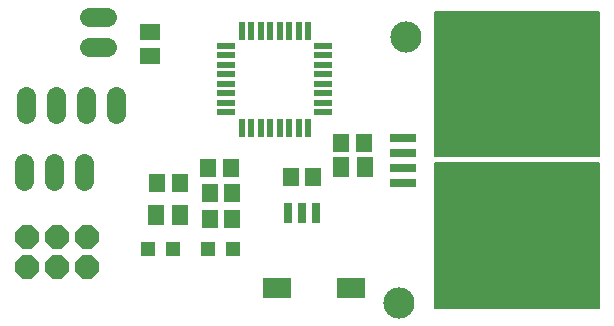
<source format=gts>
G75*
%MOIN*%
%OFA0B0*%
%FSLAX24Y24*%
%IPPOS*%
%LPD*%
%AMOC8*
5,1,8,0,0,1.08239X$1,22.5*
%
%ADD10C,0.0050*%
%ADD11C,0.1040*%
%ADD12R,0.0552X0.0631*%
%ADD13R,0.0552X0.0670*%
%ADD14R,0.0670X0.0552*%
%ADD15R,0.0512X0.0512*%
%ADD16OC8,0.0780*%
%ADD17R,0.0316X0.0709*%
%ADD18C,0.3583*%
%ADD19R,0.0946X0.0670*%
%ADD20R,0.0910X0.0280*%
%ADD21C,0.0640*%
%ADD22R,0.0240X0.0620*%
%ADD23R,0.0620X0.0240*%
D10*
X018510Y000945D02*
X018510Y005748D01*
X023984Y005748D01*
X023984Y000945D01*
X018510Y000945D01*
X018510Y000978D02*
X023984Y000978D01*
X023984Y001027D02*
X018510Y001027D01*
X018510Y001075D02*
X023984Y001075D01*
X023984Y001124D02*
X018510Y001124D01*
X018510Y001172D02*
X023984Y001172D01*
X023984Y001221D02*
X018510Y001221D01*
X018510Y001269D02*
X023984Y001269D01*
X023984Y001318D02*
X018510Y001318D01*
X018510Y001366D02*
X023984Y001366D01*
X023984Y001415D02*
X018510Y001415D01*
X018510Y001463D02*
X023984Y001463D01*
X023984Y001512D02*
X018510Y001512D01*
X018510Y001560D02*
X023984Y001560D01*
X023984Y001609D02*
X018510Y001609D01*
X018510Y001657D02*
X023984Y001657D01*
X023984Y001706D02*
X018510Y001706D01*
X018510Y001754D02*
X023984Y001754D01*
X023984Y001803D02*
X018510Y001803D01*
X018510Y001851D02*
X023984Y001851D01*
X023984Y001900D02*
X018510Y001900D01*
X018510Y001948D02*
X023984Y001948D01*
X023984Y001997D02*
X018510Y001997D01*
X018510Y002045D02*
X023984Y002045D01*
X023984Y002094D02*
X018510Y002094D01*
X018510Y002142D02*
X023984Y002142D01*
X023984Y002191D02*
X018510Y002191D01*
X018510Y002239D02*
X023984Y002239D01*
X023984Y002288D02*
X018510Y002288D01*
X018510Y002336D02*
X023984Y002336D01*
X023984Y002385D02*
X018510Y002385D01*
X018510Y002433D02*
X023984Y002433D01*
X023984Y002482D02*
X018510Y002482D01*
X018510Y002530D02*
X023984Y002530D01*
X023984Y002579D02*
X018510Y002579D01*
X018510Y002627D02*
X023984Y002627D01*
X023984Y002676D02*
X018510Y002676D01*
X018510Y002724D02*
X023984Y002724D01*
X023984Y002773D02*
X018510Y002773D01*
X018510Y002821D02*
X023984Y002821D01*
X023984Y002870D02*
X018510Y002870D01*
X018510Y002918D02*
X023984Y002918D01*
X023984Y002967D02*
X018510Y002967D01*
X018510Y003015D02*
X023984Y003015D01*
X023984Y003064D02*
X018510Y003064D01*
X018510Y003112D02*
X023984Y003112D01*
X023984Y003161D02*
X018510Y003161D01*
X018510Y003209D02*
X023984Y003209D01*
X023984Y003258D02*
X018510Y003258D01*
X018510Y003306D02*
X023984Y003306D01*
X023984Y003355D02*
X018510Y003355D01*
X018510Y003403D02*
X023984Y003403D01*
X023984Y003452D02*
X018510Y003452D01*
X018510Y003500D02*
X023984Y003500D01*
X023984Y003549D02*
X018510Y003549D01*
X018510Y003597D02*
X023984Y003597D01*
X023984Y003646D02*
X018510Y003646D01*
X018510Y003694D02*
X023984Y003694D01*
X023984Y003743D02*
X018510Y003743D01*
X018510Y003791D02*
X023984Y003791D01*
X023984Y003840D02*
X018510Y003840D01*
X018510Y003888D02*
X023984Y003888D01*
X023984Y003937D02*
X018510Y003937D01*
X018510Y003985D02*
X023984Y003985D01*
X023984Y004034D02*
X018510Y004034D01*
X018510Y004082D02*
X023984Y004082D01*
X023984Y004131D02*
X018510Y004131D01*
X018510Y004179D02*
X023984Y004179D01*
X023984Y004228D02*
X018510Y004228D01*
X018510Y004276D02*
X023984Y004276D01*
X023984Y004325D02*
X018510Y004325D01*
X018510Y004373D02*
X023984Y004373D01*
X023984Y004422D02*
X018510Y004422D01*
X018510Y004470D02*
X023984Y004470D01*
X023984Y004519D02*
X018510Y004519D01*
X018510Y004567D02*
X023984Y004567D01*
X023984Y004616D02*
X018510Y004616D01*
X018510Y004664D02*
X023984Y004664D01*
X023984Y004713D02*
X018510Y004713D01*
X018510Y004761D02*
X023984Y004761D01*
X023984Y004810D02*
X018510Y004810D01*
X018510Y004858D02*
X023984Y004858D01*
X023984Y004907D02*
X018510Y004907D01*
X018510Y004955D02*
X023984Y004955D01*
X023984Y005004D02*
X018510Y005004D01*
X018510Y005052D02*
X023984Y005052D01*
X023984Y005101D02*
X018510Y005101D01*
X018510Y005149D02*
X023984Y005149D01*
X023984Y005198D02*
X018510Y005198D01*
X018510Y005246D02*
X023984Y005246D01*
X023984Y005295D02*
X018510Y005295D01*
X018510Y005343D02*
X023984Y005343D01*
X023984Y005392D02*
X018510Y005392D01*
X018510Y005440D02*
X023984Y005440D01*
X023984Y005489D02*
X018510Y005489D01*
X018510Y005537D02*
X023984Y005537D01*
X023984Y005586D02*
X018510Y005586D01*
X018510Y005634D02*
X023984Y005634D01*
X023984Y005683D02*
X018510Y005683D01*
X018510Y005731D02*
X023984Y005731D01*
X023984Y005984D02*
X018510Y005984D01*
X018510Y010787D01*
X023984Y010787D01*
X023984Y005984D01*
X023984Y006022D02*
X018510Y006022D01*
X018510Y006071D02*
X023984Y006071D01*
X023984Y006119D02*
X018510Y006119D01*
X018510Y006168D02*
X023984Y006168D01*
X023984Y006216D02*
X018510Y006216D01*
X018510Y006265D02*
X023984Y006265D01*
X023984Y006313D02*
X018510Y006313D01*
X018510Y006362D02*
X023984Y006362D01*
X023984Y006410D02*
X018510Y006410D01*
X018510Y006459D02*
X023984Y006459D01*
X023984Y006507D02*
X018510Y006507D01*
X018510Y006556D02*
X023984Y006556D01*
X023984Y006604D02*
X018510Y006604D01*
X018510Y006653D02*
X023984Y006653D01*
X023984Y006701D02*
X018510Y006701D01*
X018510Y006750D02*
X023984Y006750D01*
X023984Y006798D02*
X018510Y006798D01*
X018510Y006847D02*
X023984Y006847D01*
X023984Y006895D02*
X018510Y006895D01*
X018510Y006944D02*
X023984Y006944D01*
X023984Y006992D02*
X018510Y006992D01*
X018510Y007041D02*
X023984Y007041D01*
X023984Y007089D02*
X018510Y007089D01*
X018510Y007138D02*
X023984Y007138D01*
X023984Y007186D02*
X018510Y007186D01*
X018510Y007235D02*
X023984Y007235D01*
X023984Y007283D02*
X018510Y007283D01*
X018510Y007332D02*
X023984Y007332D01*
X023984Y007380D02*
X018510Y007380D01*
X018510Y007429D02*
X023984Y007429D01*
X023984Y007477D02*
X018510Y007477D01*
X018510Y007526D02*
X023984Y007526D01*
X023984Y007574D02*
X018510Y007574D01*
X018510Y007623D02*
X023984Y007623D01*
X023984Y007671D02*
X018510Y007671D01*
X018510Y007720D02*
X023984Y007720D01*
X023984Y007768D02*
X018510Y007768D01*
X018510Y007817D02*
X023984Y007817D01*
X023984Y007865D02*
X018510Y007865D01*
X018510Y007914D02*
X023984Y007914D01*
X023984Y007962D02*
X018510Y007962D01*
X018510Y008011D02*
X023984Y008011D01*
X023984Y008059D02*
X018510Y008059D01*
X018510Y008108D02*
X023984Y008108D01*
X023984Y008156D02*
X018510Y008156D01*
X018510Y008205D02*
X023984Y008205D01*
X023984Y008253D02*
X018510Y008253D01*
X018510Y008302D02*
X023984Y008302D01*
X023984Y008350D02*
X018510Y008350D01*
X018510Y008399D02*
X023984Y008399D01*
X023984Y008447D02*
X018510Y008447D01*
X018510Y008496D02*
X023984Y008496D01*
X023984Y008544D02*
X018510Y008544D01*
X018510Y008593D02*
X023984Y008593D01*
X023984Y008641D02*
X018510Y008641D01*
X018510Y008690D02*
X023984Y008690D01*
X023984Y008738D02*
X018510Y008738D01*
X018510Y008787D02*
X023984Y008787D01*
X023984Y008835D02*
X018510Y008835D01*
X018510Y008884D02*
X023984Y008884D01*
X023984Y008932D02*
X018510Y008932D01*
X018510Y008981D02*
X023984Y008981D01*
X023984Y009029D02*
X018510Y009029D01*
X018510Y009078D02*
X023984Y009078D01*
X023984Y009126D02*
X018510Y009126D01*
X018510Y009175D02*
X023984Y009175D01*
X023984Y009223D02*
X018510Y009223D01*
X018510Y009272D02*
X023984Y009272D01*
X023984Y009320D02*
X018510Y009320D01*
X018510Y009369D02*
X023984Y009369D01*
X023984Y009417D02*
X018510Y009417D01*
X018510Y009466D02*
X023984Y009466D01*
X023984Y009514D02*
X018510Y009514D01*
X018510Y009563D02*
X023984Y009563D01*
X023984Y009611D02*
X018510Y009611D01*
X018510Y009660D02*
X023984Y009660D01*
X023984Y009708D02*
X018510Y009708D01*
X018510Y009757D02*
X023984Y009757D01*
X023984Y009805D02*
X018510Y009805D01*
X018510Y009854D02*
X023984Y009854D01*
X023984Y009902D02*
X018510Y009902D01*
X018510Y009951D02*
X023984Y009951D01*
X023984Y009999D02*
X018510Y009999D01*
X018510Y010048D02*
X023984Y010048D01*
X023984Y010096D02*
X018510Y010096D01*
X018510Y010145D02*
X023984Y010145D01*
X023984Y010193D02*
X018510Y010193D01*
X018510Y010242D02*
X023984Y010242D01*
X023984Y010290D02*
X018510Y010290D01*
X018510Y010339D02*
X023984Y010339D01*
X023984Y010387D02*
X018510Y010387D01*
X018510Y010436D02*
X023984Y010436D01*
X023984Y010484D02*
X018510Y010484D01*
X018510Y010533D02*
X023984Y010533D01*
X023984Y010581D02*
X018510Y010581D01*
X018510Y010630D02*
X023984Y010630D01*
X023984Y010678D02*
X018510Y010678D01*
X018510Y010727D02*
X023984Y010727D01*
X023984Y010775D02*
X018510Y010775D01*
D11*
X017547Y009976D03*
X017318Y001109D03*
D12*
X011742Y003909D03*
X010994Y003909D03*
X010994Y004759D03*
X011742Y004759D03*
X011692Y005609D03*
X010944Y005609D03*
X009992Y005109D03*
X009244Y005109D03*
X013694Y005309D03*
X014442Y005309D03*
X015381Y006429D03*
X016129Y006429D03*
D13*
X016172Y005641D03*
X015384Y005641D03*
X010008Y004046D03*
X009220Y004046D03*
D14*
X009021Y009344D03*
X009021Y010131D03*
D15*
X008955Y002909D03*
X009781Y002909D03*
X010955Y002909D03*
X011781Y002909D03*
D16*
X004918Y002309D03*
X005918Y002309D03*
X006918Y002309D03*
X006918Y003309D03*
X005918Y003309D03*
X004918Y003309D03*
D17*
X013595Y004109D03*
X014068Y004109D03*
X014540Y004109D03*
D18*
X021466Y002913D03*
X021466Y008819D03*
D19*
X015708Y001609D03*
X013228Y001609D03*
D20*
X017432Y005112D03*
X017432Y005612D03*
X017432Y006112D03*
X017432Y006612D03*
X019492Y006612D03*
X019492Y006112D03*
X019492Y005612D03*
X019492Y005112D03*
D21*
X007868Y007409D02*
X007868Y008009D01*
X006868Y008009D02*
X006868Y007409D01*
X005868Y007409D02*
X005868Y008009D01*
X004868Y008009D02*
X004868Y007409D01*
X004818Y005759D02*
X004818Y005159D01*
X005818Y005159D02*
X005818Y005759D01*
X006818Y005759D02*
X006818Y005159D01*
X006989Y009625D02*
X007589Y009625D01*
X007589Y010625D02*
X006989Y010625D01*
D22*
X012068Y010179D03*
X012378Y010179D03*
X012698Y010179D03*
X013008Y010179D03*
X013328Y010179D03*
X013638Y010179D03*
X013958Y010179D03*
X014268Y010179D03*
X014268Y006939D03*
X013958Y006939D03*
X013638Y006939D03*
X013328Y006939D03*
X013008Y006939D03*
X012698Y006939D03*
X012378Y006939D03*
X012068Y006939D03*
D23*
X011548Y007459D03*
X011548Y007769D03*
X011548Y008089D03*
X011548Y008399D03*
X011548Y008719D03*
X011548Y009029D03*
X011548Y009349D03*
X011548Y009659D03*
X014788Y009659D03*
X014788Y009349D03*
X014788Y009029D03*
X014788Y008719D03*
X014788Y008399D03*
X014788Y008089D03*
X014788Y007769D03*
X014788Y007459D03*
M02*

</source>
